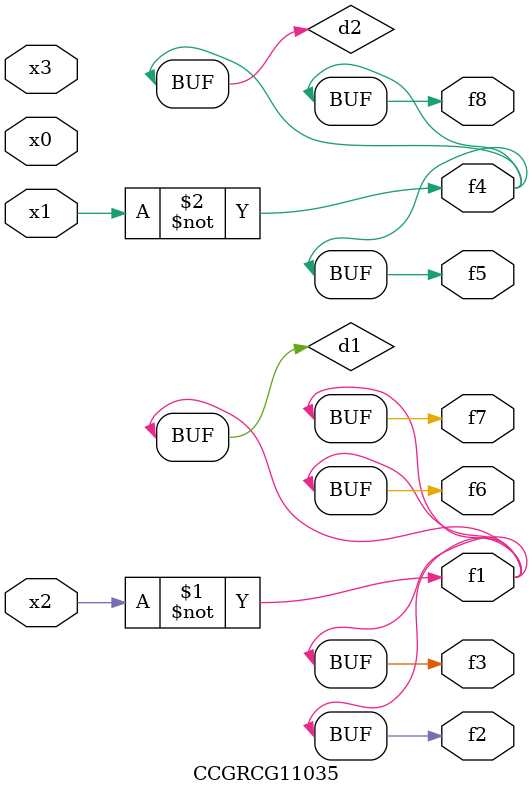
<source format=v>
module CCGRCG11035(
	input x0, x1, x2, x3,
	output f1, f2, f3, f4, f5, f6, f7, f8
);

	wire d1, d2;

	xnor (d1, x2);
	not (d2, x1);
	assign f1 = d1;
	assign f2 = d1;
	assign f3 = d1;
	assign f4 = d2;
	assign f5 = d2;
	assign f6 = d1;
	assign f7 = d1;
	assign f8 = d2;
endmodule

</source>
